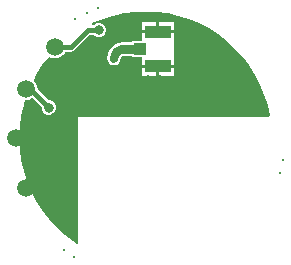
<source format=gtl>
G04*
G04 #@! TF.GenerationSoftware,Altium Limited,Altium Designer,19.1.5 (86)*
G04*
G04 Layer_Physical_Order=1*
G04 Layer_Color=255*
%FSAX25Y25*%
%MOIN*%
G70*
G01*
G75*
%ADD14R,0.03937X0.03937*%
%ADD15R,0.08661X0.04134*%
%ADD21C,0.02953*%
%ADD22C,0.01575*%
%ADD23C,0.00984*%
%ADD24C,0.03150*%
%ADD25C,0.05906*%
%ADD26C,0.02362*%
%ADD27C,0.01968*%
G36*
X0156159Y0201956D02*
X0159802Y0201476D01*
X0163389Y0200681D01*
X0166893Y0199576D01*
X0170287Y0198170D01*
X0173546Y0196474D01*
X0176645Y0194500D01*
X0179560Y0192263D01*
X0182269Y0189781D01*
X0184751Y0187072D01*
X0186988Y0184157D01*
X0188962Y0181058D01*
X0190658Y0177799D01*
X0192064Y0174405D01*
X0193169Y0170900D01*
X0193924Y0167494D01*
X0193624Y0166994D01*
X0129929Y0166993D01*
X0129929Y0125002D01*
X0129491Y0124762D01*
X0128331Y0125501D01*
X0125417Y0127737D01*
X0122708Y0130219D01*
X0120225Y0132928D01*
X0117989Y0135843D01*
X0116015Y0138942D01*
X0114318Y0142201D01*
X0112912Y0145596D01*
X0111807Y0149100D01*
X0111012Y0152687D01*
X0110532Y0156329D01*
X0110372Y0160000D01*
X0110532Y0163671D01*
X0111012Y0167313D01*
X0111807Y0170900D01*
X0112377Y0172708D01*
X0112685Y0172667D01*
X0113661Y0172796D01*
X0114571Y0173173D01*
X0114746Y0173307D01*
X0117841Y0170211D01*
X0117852Y0169607D01*
X0118227Y0168745D01*
X0118903Y0168092D01*
X0119777Y0167748D01*
X0120717Y0167764D01*
X0121578Y0168139D01*
X0122231Y0168815D01*
X0122576Y0169689D01*
X0122559Y0170629D01*
X0122184Y0171491D01*
X0121508Y0172143D01*
X0120634Y0172488D01*
X0120115Y0172479D01*
X0116422Y0176172D01*
X0116457Y0176440D01*
X0116329Y0177416D01*
X0115952Y0178326D01*
X0115352Y0179107D01*
X0115100Y0179301D01*
X0116015Y0181058D01*
X0117989Y0184157D01*
X0119933Y0186690D01*
X0120287Y0187048D01*
X0121197Y0186671D01*
X0122173Y0186542D01*
X0123150Y0186671D01*
X0124059Y0187048D01*
X0124841Y0187647D01*
X0125440Y0188429D01*
X0125556Y0188709D01*
X0127488D01*
X0127488Y0188709D01*
X0128103Y0188831D01*
X0128624Y0189180D01*
X0133783Y0194339D01*
X0135080D01*
X0135515Y0193920D01*
X0136390Y0193575D01*
X0137329Y0193591D01*
X0138191Y0193966D01*
X0138844Y0194642D01*
X0139188Y0195517D01*
X0139172Y0196456D01*
X0138797Y0197318D01*
X0138121Y0197971D01*
X0137247Y0198315D01*
X0136307Y0198299D01*
X0135445Y0197924D01*
X0135085Y0197551D01*
X0134551D01*
X0134432Y0198036D01*
X0134689Y0198170D01*
X0138084Y0199576D01*
X0141588Y0200681D01*
X0145175Y0201476D01*
X0148818Y0201956D01*
X0152488Y0202116D01*
X0156159Y0201956D01*
D02*
G37*
%LPC*%
G36*
X0161882Y0198520D02*
X0157051D01*
Y0195953D01*
X0161882D01*
Y0198520D01*
D02*
G37*
G36*
X0156051D02*
X0151221D01*
Y0195953D01*
X0156051D01*
Y0198520D01*
D02*
G37*
G36*
X0161882Y0194953D02*
X0156551D01*
X0151221D01*
Y0192402D01*
X0147890D01*
Y0191954D01*
X0145009D01*
Y0191956D01*
X0143606Y0191771D01*
X0142298Y0191229D01*
X0141175Y0190368D01*
X0140314Y0189245D01*
X0139772Y0187938D01*
X0139587Y0186535D01*
X0139590D01*
X0139765Y0185651D01*
X0140266Y0184903D01*
X0141014Y0184402D01*
X0141898Y0184227D01*
X0142781Y0184402D01*
X0143530Y0184903D01*
X0144030Y0185651D01*
X0144206Y0186535D01*
X0144206D01*
X0144345Y0186977D01*
X0144434Y0187109D01*
X0144698Y0187286D01*
X0144984Y0187343D01*
X0145009Y0187338D01*
X0147890D01*
Y0186890D01*
X0151221D01*
Y0184339D01*
X0156551D01*
X0161882D01*
Y0185945D01*
X0161929D01*
X0161890Y0193386D01*
X0161882D01*
Y0194953D01*
D02*
G37*
G36*
Y0183339D02*
X0157051D01*
Y0180772D01*
X0161882D01*
Y0183339D01*
D02*
G37*
G36*
X0156051D02*
X0151221D01*
Y0180772D01*
X0156051D01*
Y0183339D01*
D02*
G37*
%LPD*%
D14*
X0150646Y0189646D02*
D03*
D15*
X0156551Y0183839D02*
D03*
Y0195453D02*
D03*
D21*
X0145009Y0189646D02*
G03*
X0141898Y0186535I0000000J-0003111D01*
G01*
X0145009Y0189646D02*
X0150646D01*
D22*
X0122173Y0190315D02*
X0127488D01*
X0133118Y0195945D01*
X0136818D01*
X0113884Y0176440D02*
X0120205Y0170118D01*
X0112685Y0176440D02*
X0113884D01*
D23*
X0198315Y0152520D02*
D03*
X0197252Y0148150D02*
D03*
X0136728Y0203413D02*
D03*
X0132902Y0201760D02*
D03*
X0129051Y0199752D02*
D03*
X0128736Y0120236D02*
D03*
X0125087Y0122598D02*
D03*
D24*
X0136818Y0195945D02*
D03*
X0120205Y0170118D02*
D03*
D25*
X0122173Y0190315D02*
D03*
X0112685Y0176440D02*
D03*
X0109181Y0160000D02*
D03*
X0112554Y0143386D02*
D03*
D26*
X0141898Y0186535D02*
D03*
D27*
X0191929Y0171260D02*
D03*
X0186024Y0183071D02*
D03*
X0183071Y0177165D02*
D03*
X0186024Y0171260D02*
D03*
X0177165Y0188976D02*
D03*
X0180118Y0183071D02*
D03*
X0177165Y0177165D02*
D03*
X0180118Y0171260D02*
D03*
X0171260Y0188976D02*
D03*
X0174213Y0183071D02*
D03*
X0171260Y0177165D02*
D03*
X0174213Y0171260D02*
D03*
X0168307Y0194882D02*
D03*
Y0183071D02*
D03*
X0165354Y0177165D02*
D03*
X0168307Y0171260D02*
D03*
X0159449Y0177165D02*
D03*
X0162401Y0171260D02*
D03*
X0153543Y0177165D02*
D03*
X0156496Y0171260D02*
D03*
X0150591D02*
D03*
X0129921Y0177165D02*
D03*
X0126969Y0171260D02*
D03*
Y0159449D02*
D03*
X0124016Y0153543D02*
D03*
X0126969Y0147638D02*
D03*
X0124016Y0141732D02*
D03*
X0126969Y0135827D02*
D03*
X0121063Y0183071D02*
D03*
Y0159449D02*
D03*
X0118110Y0153543D02*
D03*
X0121063Y0147638D02*
D03*
X0118110Y0141732D02*
D03*
X0121063Y0135827D02*
D03*
X0115157Y0171260D02*
D03*
X0112205Y0165354D02*
D03*
X0115157Y0159449D02*
D03*
X0112205Y0153543D02*
D03*
X0115157Y0147638D02*
D03*
X0156661Y0200787D02*
D03*
X0145835Y0197756D02*
D03*
X0147173Y0200787D02*
D03*
X0160087Y0200079D02*
D03*
X0157213Y0179921D02*
D03*
X0153354Y0179961D02*
D03*
X0149457Y0180039D02*
D03*
X0133000Y0184843D02*
D03*
X0135323Y0186653D02*
D03*
X0133000Y0181058D02*
D03*
X0135323Y0179449D02*
D03*
X0138433Y0189016D02*
D03*
X0135087Y0174055D02*
D03*
X0133158Y0172244D02*
D03*
X0133118Y0169409D02*
D03*
X0138197Y0174094D02*
D03*
X0138236Y0176850D02*
D03*
X0138197Y0179567D02*
D03*
X0138354Y0186614D02*
D03*
X0139339Y0191378D02*
D03*
X0141071Y0193150D02*
D03*
X0143236Y0194606D02*
D03*
X0145913Y0194646D02*
D03*
X0145677Y0170945D02*
D03*
X0145638Y0174055D02*
D03*
Y0177126D02*
D03*
X0145598Y0180079D02*
D03*
Y0183150D02*
D03*
Y0186260D02*
D03*
M02*

</source>
